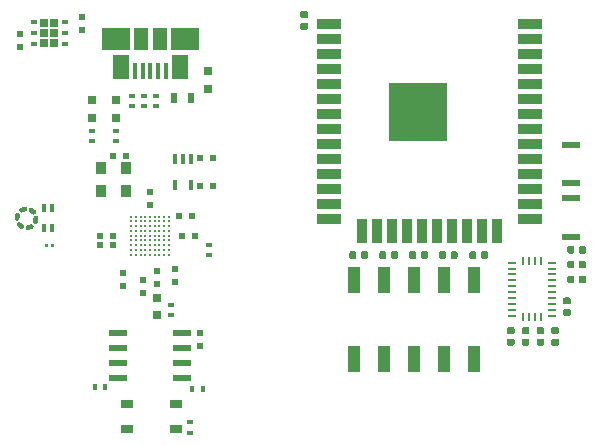
<source format=gbr>
G04 #@! TF.GenerationSoftware,KiCad,Pcbnew,5.1.0-060a0da~80~ubuntu18.04.1*
G04 #@! TF.CreationDate,2019-06-10T00:34:36+02:00*
G04 #@! TF.ProjectId,TinyFPGA-BX,54696e79-4650-4474-912d-42582e6b6963,rev?*
G04 #@! TF.SameCoordinates,Original*
G04 #@! TF.FileFunction,Paste,Top*
G04 #@! TF.FilePolarity,Positive*
%FSLAX46Y46*%
G04 Gerber Fmt 4.6, Leading zero omitted, Abs format (unit mm)*
G04 Created by KiCad (PCBNEW 5.1.0-060a0da~80~ubuntu18.04.1) date 2019-06-10 00:34:36*
%MOMM*%
%LPD*%
G04 APERTURE LIST*
%ADD10C,0.450000*%
%ADD11O,0.100000X0.335000*%
%ADD12O,0.100000X0.330000*%
%ADD13O,0.330000X0.100000*%
%ADD14C,0.200000*%
%ADD15O,0.335000X0.100000*%
%ADD16R,0.600000X0.400000*%
%ADD17R,0.750000X0.800000*%
%ADD18R,0.500000X0.900000*%
%ADD19R,0.800000X0.800000*%
%ADD20R,0.900000X1.000000*%
%ADD21R,0.400000X0.600000*%
%ADD22R,0.500000X0.600000*%
%ADD23R,0.600000X0.380000*%
%ADD24R,0.600000X0.500000*%
%ADD25R,0.450000X0.950000*%
%ADD26R,1.050000X0.650000*%
%ADD27R,0.450000X1.380000*%
%ADD28R,1.475000X2.100000*%
%ADD29R,2.375000X1.900000*%
%ADD30R,1.175000X1.900000*%
%ADD31R,1.550000X0.600000*%
%ADD32C,0.100000*%
%ADD33C,0.590000*%
%ADD34R,1.500000X0.550000*%
%ADD35R,1.120000X2.160000*%
%ADD36R,0.630000X0.450000*%
%ADD37R,0.660000X0.730000*%
%ADD38R,0.254000X0.675000*%
%ADD39R,0.675000X0.254000*%
%ADD40R,5.000000X5.000000*%
%ADD41R,2.000000X0.900000*%
%ADD42R,0.900000X2.000000*%
%ADD43C,0.270000*%
%ADD44R,0.450000X0.750000*%
G04 APERTURE END LIST*
D10*
X141427453Y-112924326D02*
G75*
G03X141476000Y-112649000I-756453J275326D01*
G01*
X141287666Y-112131556D02*
G75*
G03X141073500Y-111951850I-616666J-517444D01*
G01*
X140531213Y-111856230D02*
G75*
G03X140268500Y-111951850I139787J-792770D01*
G01*
X139914547Y-112373674D02*
G75*
G03X139866000Y-112649000I756453J-275326D01*
G01*
X140054334Y-113166444D02*
G75*
G03X140268500Y-113346150I616666J517444D01*
G01*
X140810787Y-113441770D02*
G75*
G03X141073500Y-113346150I-139787J792770D01*
G01*
D11*
X152730000Y-115714000D03*
D12*
X152330000Y-115714000D03*
D11*
X151930000Y-115714000D03*
X151530000Y-115714000D03*
X151130000Y-115714000D03*
X150730000Y-115714000D03*
X150330000Y-115714000D03*
D12*
X149930000Y-115714000D03*
D11*
X149530000Y-115714000D03*
D13*
X152730000Y-115314000D03*
D14*
X152330000Y-115314000D03*
X151930000Y-115314000D03*
X151530000Y-115314000D03*
X151130000Y-115314000D03*
X150730000Y-115314000D03*
X150330000Y-115314000D03*
X149930000Y-115314000D03*
D13*
X149530000Y-115314000D03*
D15*
X152730000Y-114914000D03*
D14*
X152330000Y-114914000D03*
X151930000Y-114914000D03*
X151530000Y-114914000D03*
X151130000Y-114914000D03*
X150730000Y-114914000D03*
X150330000Y-114914000D03*
X149930000Y-114914000D03*
D15*
X149530000Y-114914000D03*
X152730000Y-114514000D03*
D14*
X152330000Y-114514000D03*
X151930000Y-114514000D03*
X151530000Y-114514000D03*
X151130000Y-114514000D03*
X150730000Y-114514000D03*
X150330000Y-114514000D03*
X149930000Y-114514000D03*
X149530000Y-114514000D03*
D15*
X152730000Y-114114000D03*
D14*
X152330000Y-114114000D03*
X151930000Y-114114000D03*
X151530000Y-114114000D03*
X151130000Y-114114000D03*
X150730000Y-114114000D03*
X150330000Y-114114000D03*
X149930000Y-114114000D03*
D15*
X149530000Y-114114000D03*
X152730000Y-113714000D03*
D14*
X152330000Y-113714000D03*
X151930000Y-113714000D03*
X151530000Y-113714000D03*
X151130000Y-113714000D03*
X150730000Y-113714000D03*
X150330000Y-113714000D03*
X149930000Y-113714000D03*
D15*
X149530000Y-113714000D03*
X152730000Y-113314000D03*
D14*
X152330000Y-113314000D03*
X151930000Y-113314000D03*
X151530000Y-113314000D03*
X151130000Y-113314000D03*
X150730000Y-113314000D03*
X150330000Y-113314000D03*
X149930000Y-113314000D03*
D15*
X149530000Y-113314000D03*
D14*
X152730000Y-112914000D03*
X152330000Y-112914000D03*
X151930000Y-112914000D03*
X151530000Y-112914000D03*
X151130000Y-112914000D03*
X150730000Y-112914000D03*
X150330000Y-112914000D03*
X149930000Y-112914000D03*
D13*
X149530000Y-112914000D03*
D11*
X152730000Y-112514000D03*
X152330000Y-112514000D03*
X151930000Y-112514000D03*
X151530000Y-112514000D03*
D14*
X151130000Y-112514000D03*
D11*
X150730000Y-112514000D03*
X150330000Y-112514000D03*
D12*
X149930000Y-112514000D03*
D11*
X149530000Y-112514000D03*
D16*
X154536000Y-129923100D03*
X154536000Y-130823100D03*
D17*
X151736000Y-119373100D03*
X151736000Y-120873100D03*
X156036000Y-101673100D03*
X156036000Y-100173100D03*
D18*
X154636000Y-102423100D03*
X153136000Y-102423100D03*
D16*
X146183000Y-105223100D03*
X146183000Y-106123100D03*
X148215000Y-105223100D03*
X148215000Y-106123100D03*
D19*
X148215000Y-102587100D03*
X148215000Y-104187100D03*
X146183000Y-102587100D03*
X146183000Y-104187100D03*
D20*
X149086000Y-108423100D03*
X149086000Y-110323100D03*
X146986000Y-110323100D03*
X146986000Y-108423100D03*
D21*
X146450000Y-126954000D03*
X147350000Y-126954000D03*
D22*
X150555000Y-117864000D03*
X150555000Y-118964000D03*
D23*
X156130000Y-114864000D03*
X156130000Y-115764000D03*
D24*
X153830000Y-114164000D03*
X154930000Y-114164000D03*
D22*
X151130000Y-111514000D03*
X151130000Y-110414000D03*
D24*
X153555000Y-112439000D03*
X154655000Y-112439000D03*
X147986000Y-114923100D03*
X146886000Y-114923100D03*
X147986000Y-114123100D03*
X146886000Y-114123100D03*
X149069800Y-107349500D03*
X147969800Y-107349500D03*
D22*
X153255000Y-116964000D03*
X153255000Y-118064000D03*
X148836000Y-117273100D03*
X148836000Y-118373100D03*
X151736000Y-117123100D03*
X151736000Y-118223100D03*
D16*
X152936000Y-120873100D03*
X152936000Y-119973100D03*
D22*
X155336000Y-122373100D03*
X155336000Y-123473100D03*
D16*
X149636000Y-102273100D03*
X149636000Y-103173100D03*
X150636000Y-103173100D03*
X150636000Y-102273100D03*
X151636000Y-103173100D03*
X151636000Y-102273100D03*
D25*
X153936000Y-107623100D03*
X153286000Y-107623100D03*
X154586000Y-107623100D03*
X153286000Y-109823100D03*
X154586000Y-109823100D03*
D24*
X155386000Y-109923100D03*
X156486000Y-109923100D03*
D22*
X145340000Y-95624000D03*
X145340000Y-96724000D03*
X140110000Y-97054000D03*
X140110000Y-98154000D03*
D24*
X155386000Y-107523100D03*
X156486000Y-107523100D03*
D26*
X149155000Y-128369000D03*
X153305000Y-128369000D03*
X153305000Y-130519000D03*
X149155000Y-130519000D03*
D21*
X154690000Y-127064000D03*
X155590000Y-127064000D03*
D27*
X152470000Y-100164000D03*
X151820000Y-100164000D03*
X151170000Y-100164000D03*
X150520000Y-100164000D03*
X149870000Y-100164000D03*
D28*
X153632500Y-99804000D03*
X148707500Y-99804000D03*
D29*
X154080000Y-97504000D03*
X148260000Y-97504000D03*
D30*
X152010000Y-97504000D03*
X150330000Y-97504000D03*
D31*
X148436000Y-122353100D03*
X148436000Y-123623100D03*
X148436000Y-124893100D03*
X148436000Y-126163100D03*
X153836000Y-126163100D03*
X153836000Y-124893100D03*
X153836000Y-123623100D03*
X153836000Y-122353100D03*
D32*
G36*
X184362958Y-121861710D02*
G01*
X184377276Y-121863834D01*
X184391317Y-121867351D01*
X184404946Y-121872228D01*
X184418031Y-121878417D01*
X184430447Y-121885858D01*
X184442073Y-121894481D01*
X184452798Y-121904202D01*
X184462519Y-121914927D01*
X184471142Y-121926553D01*
X184478583Y-121938969D01*
X184484772Y-121952054D01*
X184489649Y-121965683D01*
X184493166Y-121979724D01*
X184495290Y-121994042D01*
X184496000Y-122008500D01*
X184496000Y-122303500D01*
X184495290Y-122317958D01*
X184493166Y-122332276D01*
X184489649Y-122346317D01*
X184484772Y-122359946D01*
X184478583Y-122373031D01*
X184471142Y-122385447D01*
X184462519Y-122397073D01*
X184452798Y-122407798D01*
X184442073Y-122417519D01*
X184430447Y-122426142D01*
X184418031Y-122433583D01*
X184404946Y-122439772D01*
X184391317Y-122444649D01*
X184377276Y-122448166D01*
X184362958Y-122450290D01*
X184348500Y-122451000D01*
X184003500Y-122451000D01*
X183989042Y-122450290D01*
X183974724Y-122448166D01*
X183960683Y-122444649D01*
X183947054Y-122439772D01*
X183933969Y-122433583D01*
X183921553Y-122426142D01*
X183909927Y-122417519D01*
X183899202Y-122407798D01*
X183889481Y-122397073D01*
X183880858Y-122385447D01*
X183873417Y-122373031D01*
X183867228Y-122359946D01*
X183862351Y-122346317D01*
X183858834Y-122332276D01*
X183856710Y-122317958D01*
X183856000Y-122303500D01*
X183856000Y-122008500D01*
X183856710Y-121994042D01*
X183858834Y-121979724D01*
X183862351Y-121965683D01*
X183867228Y-121952054D01*
X183873417Y-121938969D01*
X183880858Y-121926553D01*
X183889481Y-121914927D01*
X183899202Y-121904202D01*
X183909927Y-121894481D01*
X183921553Y-121885858D01*
X183933969Y-121878417D01*
X183947054Y-121872228D01*
X183960683Y-121867351D01*
X183974724Y-121863834D01*
X183989042Y-121861710D01*
X184003500Y-121861000D01*
X184348500Y-121861000D01*
X184362958Y-121861710D01*
X184362958Y-121861710D01*
G37*
D33*
X184176000Y-122156000D03*
D32*
G36*
X184362958Y-122831710D02*
G01*
X184377276Y-122833834D01*
X184391317Y-122837351D01*
X184404946Y-122842228D01*
X184418031Y-122848417D01*
X184430447Y-122855858D01*
X184442073Y-122864481D01*
X184452798Y-122874202D01*
X184462519Y-122884927D01*
X184471142Y-122896553D01*
X184478583Y-122908969D01*
X184484772Y-122922054D01*
X184489649Y-122935683D01*
X184493166Y-122949724D01*
X184495290Y-122964042D01*
X184496000Y-122978500D01*
X184496000Y-123273500D01*
X184495290Y-123287958D01*
X184493166Y-123302276D01*
X184489649Y-123316317D01*
X184484772Y-123329946D01*
X184478583Y-123343031D01*
X184471142Y-123355447D01*
X184462519Y-123367073D01*
X184452798Y-123377798D01*
X184442073Y-123387519D01*
X184430447Y-123396142D01*
X184418031Y-123403583D01*
X184404946Y-123409772D01*
X184391317Y-123414649D01*
X184377276Y-123418166D01*
X184362958Y-123420290D01*
X184348500Y-123421000D01*
X184003500Y-123421000D01*
X183989042Y-123420290D01*
X183974724Y-123418166D01*
X183960683Y-123414649D01*
X183947054Y-123409772D01*
X183933969Y-123403583D01*
X183921553Y-123396142D01*
X183909927Y-123387519D01*
X183899202Y-123377798D01*
X183889481Y-123367073D01*
X183880858Y-123355447D01*
X183873417Y-123343031D01*
X183867228Y-123329946D01*
X183862351Y-123316317D01*
X183858834Y-123302276D01*
X183856710Y-123287958D01*
X183856000Y-123273500D01*
X183856000Y-122978500D01*
X183856710Y-122964042D01*
X183858834Y-122949724D01*
X183862351Y-122935683D01*
X183867228Y-122922054D01*
X183873417Y-122908969D01*
X183880858Y-122896553D01*
X183889481Y-122884927D01*
X183899202Y-122874202D01*
X183909927Y-122864481D01*
X183921553Y-122855858D01*
X183933969Y-122848417D01*
X183947054Y-122842228D01*
X183960683Y-122837351D01*
X183974724Y-122833834D01*
X183989042Y-122831710D01*
X184003500Y-122831000D01*
X184348500Y-122831000D01*
X184362958Y-122831710D01*
X184362958Y-122831710D01*
G37*
D33*
X184176000Y-123126000D03*
D32*
G36*
X186612958Y-119346710D02*
G01*
X186627276Y-119348834D01*
X186641317Y-119352351D01*
X186654946Y-119357228D01*
X186668031Y-119363417D01*
X186680447Y-119370858D01*
X186692073Y-119379481D01*
X186702798Y-119389202D01*
X186712519Y-119399927D01*
X186721142Y-119411553D01*
X186728583Y-119423969D01*
X186734772Y-119437054D01*
X186739649Y-119450683D01*
X186743166Y-119464724D01*
X186745290Y-119479042D01*
X186746000Y-119493500D01*
X186746000Y-119788500D01*
X186745290Y-119802958D01*
X186743166Y-119817276D01*
X186739649Y-119831317D01*
X186734772Y-119844946D01*
X186728583Y-119858031D01*
X186721142Y-119870447D01*
X186712519Y-119882073D01*
X186702798Y-119892798D01*
X186692073Y-119902519D01*
X186680447Y-119911142D01*
X186668031Y-119918583D01*
X186654946Y-119924772D01*
X186641317Y-119929649D01*
X186627276Y-119933166D01*
X186612958Y-119935290D01*
X186598500Y-119936000D01*
X186253500Y-119936000D01*
X186239042Y-119935290D01*
X186224724Y-119933166D01*
X186210683Y-119929649D01*
X186197054Y-119924772D01*
X186183969Y-119918583D01*
X186171553Y-119911142D01*
X186159927Y-119902519D01*
X186149202Y-119892798D01*
X186139481Y-119882073D01*
X186130858Y-119870447D01*
X186123417Y-119858031D01*
X186117228Y-119844946D01*
X186112351Y-119831317D01*
X186108834Y-119817276D01*
X186106710Y-119802958D01*
X186106000Y-119788500D01*
X186106000Y-119493500D01*
X186106710Y-119479042D01*
X186108834Y-119464724D01*
X186112351Y-119450683D01*
X186117228Y-119437054D01*
X186123417Y-119423969D01*
X186130858Y-119411553D01*
X186139481Y-119399927D01*
X186149202Y-119389202D01*
X186159927Y-119379481D01*
X186171553Y-119370858D01*
X186183969Y-119363417D01*
X186197054Y-119357228D01*
X186210683Y-119352351D01*
X186224724Y-119348834D01*
X186239042Y-119346710D01*
X186253500Y-119346000D01*
X186598500Y-119346000D01*
X186612958Y-119346710D01*
X186612958Y-119346710D01*
G37*
D33*
X186426000Y-119641000D03*
D32*
G36*
X186612958Y-120316710D02*
G01*
X186627276Y-120318834D01*
X186641317Y-120322351D01*
X186654946Y-120327228D01*
X186668031Y-120333417D01*
X186680447Y-120340858D01*
X186692073Y-120349481D01*
X186702798Y-120359202D01*
X186712519Y-120369927D01*
X186721142Y-120381553D01*
X186728583Y-120393969D01*
X186734772Y-120407054D01*
X186739649Y-120420683D01*
X186743166Y-120434724D01*
X186745290Y-120449042D01*
X186746000Y-120463500D01*
X186746000Y-120758500D01*
X186745290Y-120772958D01*
X186743166Y-120787276D01*
X186739649Y-120801317D01*
X186734772Y-120814946D01*
X186728583Y-120828031D01*
X186721142Y-120840447D01*
X186712519Y-120852073D01*
X186702798Y-120862798D01*
X186692073Y-120872519D01*
X186680447Y-120881142D01*
X186668031Y-120888583D01*
X186654946Y-120894772D01*
X186641317Y-120899649D01*
X186627276Y-120903166D01*
X186612958Y-120905290D01*
X186598500Y-120906000D01*
X186253500Y-120906000D01*
X186239042Y-120905290D01*
X186224724Y-120903166D01*
X186210683Y-120899649D01*
X186197054Y-120894772D01*
X186183969Y-120888583D01*
X186171553Y-120881142D01*
X186159927Y-120872519D01*
X186149202Y-120862798D01*
X186139481Y-120852073D01*
X186130858Y-120840447D01*
X186123417Y-120828031D01*
X186117228Y-120814946D01*
X186112351Y-120801317D01*
X186108834Y-120787276D01*
X186106710Y-120772958D01*
X186106000Y-120758500D01*
X186106000Y-120463500D01*
X186106710Y-120449042D01*
X186108834Y-120434724D01*
X186112351Y-120420683D01*
X186117228Y-120407054D01*
X186123417Y-120393969D01*
X186130858Y-120381553D01*
X186139481Y-120369927D01*
X186149202Y-120359202D01*
X186159927Y-120349481D01*
X186171553Y-120340858D01*
X186183969Y-120333417D01*
X186197054Y-120327228D01*
X186210683Y-120322351D01*
X186224724Y-120318834D01*
X186239042Y-120316710D01*
X186253500Y-120316000D01*
X186598500Y-120316000D01*
X186612958Y-120316710D01*
X186612958Y-120316710D01*
G37*
D33*
X186426000Y-120611000D03*
D32*
G36*
X164362958Y-95111710D02*
G01*
X164377276Y-95113834D01*
X164391317Y-95117351D01*
X164404946Y-95122228D01*
X164418031Y-95128417D01*
X164430447Y-95135858D01*
X164442073Y-95144481D01*
X164452798Y-95154202D01*
X164462519Y-95164927D01*
X164471142Y-95176553D01*
X164478583Y-95188969D01*
X164484772Y-95202054D01*
X164489649Y-95215683D01*
X164493166Y-95229724D01*
X164495290Y-95244042D01*
X164496000Y-95258500D01*
X164496000Y-95553500D01*
X164495290Y-95567958D01*
X164493166Y-95582276D01*
X164489649Y-95596317D01*
X164484772Y-95609946D01*
X164478583Y-95623031D01*
X164471142Y-95635447D01*
X164462519Y-95647073D01*
X164452798Y-95657798D01*
X164442073Y-95667519D01*
X164430447Y-95676142D01*
X164418031Y-95683583D01*
X164404946Y-95689772D01*
X164391317Y-95694649D01*
X164377276Y-95698166D01*
X164362958Y-95700290D01*
X164348500Y-95701000D01*
X164003500Y-95701000D01*
X163989042Y-95700290D01*
X163974724Y-95698166D01*
X163960683Y-95694649D01*
X163947054Y-95689772D01*
X163933969Y-95683583D01*
X163921553Y-95676142D01*
X163909927Y-95667519D01*
X163899202Y-95657798D01*
X163889481Y-95647073D01*
X163880858Y-95635447D01*
X163873417Y-95623031D01*
X163867228Y-95609946D01*
X163862351Y-95596317D01*
X163858834Y-95582276D01*
X163856710Y-95567958D01*
X163856000Y-95553500D01*
X163856000Y-95258500D01*
X163856710Y-95244042D01*
X163858834Y-95229724D01*
X163862351Y-95215683D01*
X163867228Y-95202054D01*
X163873417Y-95188969D01*
X163880858Y-95176553D01*
X163889481Y-95164927D01*
X163899202Y-95154202D01*
X163909927Y-95144481D01*
X163921553Y-95135858D01*
X163933969Y-95128417D01*
X163947054Y-95122228D01*
X163960683Y-95117351D01*
X163974724Y-95113834D01*
X163989042Y-95111710D01*
X164003500Y-95111000D01*
X164348500Y-95111000D01*
X164362958Y-95111710D01*
X164362958Y-95111710D01*
G37*
D33*
X164176000Y-95406000D03*
D32*
G36*
X164362958Y-96081710D02*
G01*
X164377276Y-96083834D01*
X164391317Y-96087351D01*
X164404946Y-96092228D01*
X164418031Y-96098417D01*
X164430447Y-96105858D01*
X164442073Y-96114481D01*
X164452798Y-96124202D01*
X164462519Y-96134927D01*
X164471142Y-96146553D01*
X164478583Y-96158969D01*
X164484772Y-96172054D01*
X164489649Y-96185683D01*
X164493166Y-96199724D01*
X164495290Y-96214042D01*
X164496000Y-96228500D01*
X164496000Y-96523500D01*
X164495290Y-96537958D01*
X164493166Y-96552276D01*
X164489649Y-96566317D01*
X164484772Y-96579946D01*
X164478583Y-96593031D01*
X164471142Y-96605447D01*
X164462519Y-96617073D01*
X164452798Y-96627798D01*
X164442073Y-96637519D01*
X164430447Y-96646142D01*
X164418031Y-96653583D01*
X164404946Y-96659772D01*
X164391317Y-96664649D01*
X164377276Y-96668166D01*
X164362958Y-96670290D01*
X164348500Y-96671000D01*
X164003500Y-96671000D01*
X163989042Y-96670290D01*
X163974724Y-96668166D01*
X163960683Y-96664649D01*
X163947054Y-96659772D01*
X163933969Y-96653583D01*
X163921553Y-96646142D01*
X163909927Y-96637519D01*
X163899202Y-96627798D01*
X163889481Y-96617073D01*
X163880858Y-96605447D01*
X163873417Y-96593031D01*
X163867228Y-96579946D01*
X163862351Y-96566317D01*
X163858834Y-96552276D01*
X163856710Y-96537958D01*
X163856000Y-96523500D01*
X163856000Y-96228500D01*
X163856710Y-96214042D01*
X163858834Y-96199724D01*
X163862351Y-96185683D01*
X163867228Y-96172054D01*
X163873417Y-96158969D01*
X163880858Y-96146553D01*
X163889481Y-96134927D01*
X163899202Y-96124202D01*
X163909927Y-96114481D01*
X163921553Y-96105858D01*
X163933969Y-96098417D01*
X163947054Y-96092228D01*
X163960683Y-96087351D01*
X163974724Y-96083834D01*
X163989042Y-96081710D01*
X164003500Y-96081000D01*
X164348500Y-96081000D01*
X164362958Y-96081710D01*
X164362958Y-96081710D01*
G37*
D33*
X164176000Y-96376000D03*
D32*
G36*
X181862958Y-122831710D02*
G01*
X181877276Y-122833834D01*
X181891317Y-122837351D01*
X181904946Y-122842228D01*
X181918031Y-122848417D01*
X181930447Y-122855858D01*
X181942073Y-122864481D01*
X181952798Y-122874202D01*
X181962519Y-122884927D01*
X181971142Y-122896553D01*
X181978583Y-122908969D01*
X181984772Y-122922054D01*
X181989649Y-122935683D01*
X181993166Y-122949724D01*
X181995290Y-122964042D01*
X181996000Y-122978500D01*
X181996000Y-123273500D01*
X181995290Y-123287958D01*
X181993166Y-123302276D01*
X181989649Y-123316317D01*
X181984772Y-123329946D01*
X181978583Y-123343031D01*
X181971142Y-123355447D01*
X181962519Y-123367073D01*
X181952798Y-123377798D01*
X181942073Y-123387519D01*
X181930447Y-123396142D01*
X181918031Y-123403583D01*
X181904946Y-123409772D01*
X181891317Y-123414649D01*
X181877276Y-123418166D01*
X181862958Y-123420290D01*
X181848500Y-123421000D01*
X181503500Y-123421000D01*
X181489042Y-123420290D01*
X181474724Y-123418166D01*
X181460683Y-123414649D01*
X181447054Y-123409772D01*
X181433969Y-123403583D01*
X181421553Y-123396142D01*
X181409927Y-123387519D01*
X181399202Y-123377798D01*
X181389481Y-123367073D01*
X181380858Y-123355447D01*
X181373417Y-123343031D01*
X181367228Y-123329946D01*
X181362351Y-123316317D01*
X181358834Y-123302276D01*
X181356710Y-123287958D01*
X181356000Y-123273500D01*
X181356000Y-122978500D01*
X181356710Y-122964042D01*
X181358834Y-122949724D01*
X181362351Y-122935683D01*
X181367228Y-122922054D01*
X181373417Y-122908969D01*
X181380858Y-122896553D01*
X181389481Y-122884927D01*
X181399202Y-122874202D01*
X181409927Y-122864481D01*
X181421553Y-122855858D01*
X181433969Y-122848417D01*
X181447054Y-122842228D01*
X181460683Y-122837351D01*
X181474724Y-122833834D01*
X181489042Y-122831710D01*
X181503500Y-122831000D01*
X181848500Y-122831000D01*
X181862958Y-122831710D01*
X181862958Y-122831710D01*
G37*
D33*
X181676000Y-123126000D03*
D32*
G36*
X181862958Y-121861710D02*
G01*
X181877276Y-121863834D01*
X181891317Y-121867351D01*
X181904946Y-121872228D01*
X181918031Y-121878417D01*
X181930447Y-121885858D01*
X181942073Y-121894481D01*
X181952798Y-121904202D01*
X181962519Y-121914927D01*
X181971142Y-121926553D01*
X181978583Y-121938969D01*
X181984772Y-121952054D01*
X181989649Y-121965683D01*
X181993166Y-121979724D01*
X181995290Y-121994042D01*
X181996000Y-122008500D01*
X181996000Y-122303500D01*
X181995290Y-122317958D01*
X181993166Y-122332276D01*
X181989649Y-122346317D01*
X181984772Y-122359946D01*
X181978583Y-122373031D01*
X181971142Y-122385447D01*
X181962519Y-122397073D01*
X181952798Y-122407798D01*
X181942073Y-122417519D01*
X181930447Y-122426142D01*
X181918031Y-122433583D01*
X181904946Y-122439772D01*
X181891317Y-122444649D01*
X181877276Y-122448166D01*
X181862958Y-122450290D01*
X181848500Y-122451000D01*
X181503500Y-122451000D01*
X181489042Y-122450290D01*
X181474724Y-122448166D01*
X181460683Y-122444649D01*
X181447054Y-122439772D01*
X181433969Y-122433583D01*
X181421553Y-122426142D01*
X181409927Y-122417519D01*
X181399202Y-122407798D01*
X181389481Y-122397073D01*
X181380858Y-122385447D01*
X181373417Y-122373031D01*
X181367228Y-122359946D01*
X181362351Y-122346317D01*
X181358834Y-122332276D01*
X181356710Y-122317958D01*
X181356000Y-122303500D01*
X181356000Y-122008500D01*
X181356710Y-121994042D01*
X181358834Y-121979724D01*
X181362351Y-121965683D01*
X181367228Y-121952054D01*
X181373417Y-121938969D01*
X181380858Y-121926553D01*
X181389481Y-121914927D01*
X181399202Y-121904202D01*
X181409927Y-121894481D01*
X181421553Y-121885858D01*
X181433969Y-121878417D01*
X181447054Y-121872228D01*
X181460683Y-121867351D01*
X181474724Y-121863834D01*
X181489042Y-121861710D01*
X181503500Y-121861000D01*
X181848500Y-121861000D01*
X181862958Y-121861710D01*
X181862958Y-121861710D01*
G37*
D33*
X181676000Y-122156000D03*
D32*
G36*
X183112958Y-121861710D02*
G01*
X183127276Y-121863834D01*
X183141317Y-121867351D01*
X183154946Y-121872228D01*
X183168031Y-121878417D01*
X183180447Y-121885858D01*
X183192073Y-121894481D01*
X183202798Y-121904202D01*
X183212519Y-121914927D01*
X183221142Y-121926553D01*
X183228583Y-121938969D01*
X183234772Y-121952054D01*
X183239649Y-121965683D01*
X183243166Y-121979724D01*
X183245290Y-121994042D01*
X183246000Y-122008500D01*
X183246000Y-122303500D01*
X183245290Y-122317958D01*
X183243166Y-122332276D01*
X183239649Y-122346317D01*
X183234772Y-122359946D01*
X183228583Y-122373031D01*
X183221142Y-122385447D01*
X183212519Y-122397073D01*
X183202798Y-122407798D01*
X183192073Y-122417519D01*
X183180447Y-122426142D01*
X183168031Y-122433583D01*
X183154946Y-122439772D01*
X183141317Y-122444649D01*
X183127276Y-122448166D01*
X183112958Y-122450290D01*
X183098500Y-122451000D01*
X182753500Y-122451000D01*
X182739042Y-122450290D01*
X182724724Y-122448166D01*
X182710683Y-122444649D01*
X182697054Y-122439772D01*
X182683969Y-122433583D01*
X182671553Y-122426142D01*
X182659927Y-122417519D01*
X182649202Y-122407798D01*
X182639481Y-122397073D01*
X182630858Y-122385447D01*
X182623417Y-122373031D01*
X182617228Y-122359946D01*
X182612351Y-122346317D01*
X182608834Y-122332276D01*
X182606710Y-122317958D01*
X182606000Y-122303500D01*
X182606000Y-122008500D01*
X182606710Y-121994042D01*
X182608834Y-121979724D01*
X182612351Y-121965683D01*
X182617228Y-121952054D01*
X182623417Y-121938969D01*
X182630858Y-121926553D01*
X182639481Y-121914927D01*
X182649202Y-121904202D01*
X182659927Y-121894481D01*
X182671553Y-121885858D01*
X182683969Y-121878417D01*
X182697054Y-121872228D01*
X182710683Y-121867351D01*
X182724724Y-121863834D01*
X182739042Y-121861710D01*
X182753500Y-121861000D01*
X183098500Y-121861000D01*
X183112958Y-121861710D01*
X183112958Y-121861710D01*
G37*
D33*
X182926000Y-122156000D03*
D32*
G36*
X183112958Y-122831710D02*
G01*
X183127276Y-122833834D01*
X183141317Y-122837351D01*
X183154946Y-122842228D01*
X183168031Y-122848417D01*
X183180447Y-122855858D01*
X183192073Y-122864481D01*
X183202798Y-122874202D01*
X183212519Y-122884927D01*
X183221142Y-122896553D01*
X183228583Y-122908969D01*
X183234772Y-122922054D01*
X183239649Y-122935683D01*
X183243166Y-122949724D01*
X183245290Y-122964042D01*
X183246000Y-122978500D01*
X183246000Y-123273500D01*
X183245290Y-123287958D01*
X183243166Y-123302276D01*
X183239649Y-123316317D01*
X183234772Y-123329946D01*
X183228583Y-123343031D01*
X183221142Y-123355447D01*
X183212519Y-123367073D01*
X183202798Y-123377798D01*
X183192073Y-123387519D01*
X183180447Y-123396142D01*
X183168031Y-123403583D01*
X183154946Y-123409772D01*
X183141317Y-123414649D01*
X183127276Y-123418166D01*
X183112958Y-123420290D01*
X183098500Y-123421000D01*
X182753500Y-123421000D01*
X182739042Y-123420290D01*
X182724724Y-123418166D01*
X182710683Y-123414649D01*
X182697054Y-123409772D01*
X182683969Y-123403583D01*
X182671553Y-123396142D01*
X182659927Y-123387519D01*
X182649202Y-123377798D01*
X182639481Y-123367073D01*
X182630858Y-123355447D01*
X182623417Y-123343031D01*
X182617228Y-123329946D01*
X182612351Y-123316317D01*
X182608834Y-123302276D01*
X182606710Y-123287958D01*
X182606000Y-123273500D01*
X182606000Y-122978500D01*
X182606710Y-122964042D01*
X182608834Y-122949724D01*
X182612351Y-122935683D01*
X182617228Y-122922054D01*
X182623417Y-122908969D01*
X182630858Y-122896553D01*
X182639481Y-122884927D01*
X182649202Y-122874202D01*
X182659927Y-122864481D01*
X182671553Y-122855858D01*
X182683969Y-122848417D01*
X182697054Y-122842228D01*
X182710683Y-122837351D01*
X182724724Y-122833834D01*
X182739042Y-122831710D01*
X182753500Y-122831000D01*
X183098500Y-122831000D01*
X183112958Y-122831710D01*
X183112958Y-122831710D01*
G37*
D33*
X182926000Y-123126000D03*
D32*
G36*
X185612958Y-122831710D02*
G01*
X185627276Y-122833834D01*
X185641317Y-122837351D01*
X185654946Y-122842228D01*
X185668031Y-122848417D01*
X185680447Y-122855858D01*
X185692073Y-122864481D01*
X185702798Y-122874202D01*
X185712519Y-122884927D01*
X185721142Y-122896553D01*
X185728583Y-122908969D01*
X185734772Y-122922054D01*
X185739649Y-122935683D01*
X185743166Y-122949724D01*
X185745290Y-122964042D01*
X185746000Y-122978500D01*
X185746000Y-123273500D01*
X185745290Y-123287958D01*
X185743166Y-123302276D01*
X185739649Y-123316317D01*
X185734772Y-123329946D01*
X185728583Y-123343031D01*
X185721142Y-123355447D01*
X185712519Y-123367073D01*
X185702798Y-123377798D01*
X185692073Y-123387519D01*
X185680447Y-123396142D01*
X185668031Y-123403583D01*
X185654946Y-123409772D01*
X185641317Y-123414649D01*
X185627276Y-123418166D01*
X185612958Y-123420290D01*
X185598500Y-123421000D01*
X185253500Y-123421000D01*
X185239042Y-123420290D01*
X185224724Y-123418166D01*
X185210683Y-123414649D01*
X185197054Y-123409772D01*
X185183969Y-123403583D01*
X185171553Y-123396142D01*
X185159927Y-123387519D01*
X185149202Y-123377798D01*
X185139481Y-123367073D01*
X185130858Y-123355447D01*
X185123417Y-123343031D01*
X185117228Y-123329946D01*
X185112351Y-123316317D01*
X185108834Y-123302276D01*
X185106710Y-123287958D01*
X185106000Y-123273500D01*
X185106000Y-122978500D01*
X185106710Y-122964042D01*
X185108834Y-122949724D01*
X185112351Y-122935683D01*
X185117228Y-122922054D01*
X185123417Y-122908969D01*
X185130858Y-122896553D01*
X185139481Y-122884927D01*
X185149202Y-122874202D01*
X185159927Y-122864481D01*
X185171553Y-122855858D01*
X185183969Y-122848417D01*
X185197054Y-122842228D01*
X185210683Y-122837351D01*
X185224724Y-122833834D01*
X185239042Y-122831710D01*
X185253500Y-122831000D01*
X185598500Y-122831000D01*
X185612958Y-122831710D01*
X185612958Y-122831710D01*
G37*
D33*
X185426000Y-123126000D03*
D32*
G36*
X185612958Y-121861710D02*
G01*
X185627276Y-121863834D01*
X185641317Y-121867351D01*
X185654946Y-121872228D01*
X185668031Y-121878417D01*
X185680447Y-121885858D01*
X185692073Y-121894481D01*
X185702798Y-121904202D01*
X185712519Y-121914927D01*
X185721142Y-121926553D01*
X185728583Y-121938969D01*
X185734772Y-121952054D01*
X185739649Y-121965683D01*
X185743166Y-121979724D01*
X185745290Y-121994042D01*
X185746000Y-122008500D01*
X185746000Y-122303500D01*
X185745290Y-122317958D01*
X185743166Y-122332276D01*
X185739649Y-122346317D01*
X185734772Y-122359946D01*
X185728583Y-122373031D01*
X185721142Y-122385447D01*
X185712519Y-122397073D01*
X185702798Y-122407798D01*
X185692073Y-122417519D01*
X185680447Y-122426142D01*
X185668031Y-122433583D01*
X185654946Y-122439772D01*
X185641317Y-122444649D01*
X185627276Y-122448166D01*
X185612958Y-122450290D01*
X185598500Y-122451000D01*
X185253500Y-122451000D01*
X185239042Y-122450290D01*
X185224724Y-122448166D01*
X185210683Y-122444649D01*
X185197054Y-122439772D01*
X185183969Y-122433583D01*
X185171553Y-122426142D01*
X185159927Y-122417519D01*
X185149202Y-122407798D01*
X185139481Y-122397073D01*
X185130858Y-122385447D01*
X185123417Y-122373031D01*
X185117228Y-122359946D01*
X185112351Y-122346317D01*
X185108834Y-122332276D01*
X185106710Y-122317958D01*
X185106000Y-122303500D01*
X185106000Y-122008500D01*
X185106710Y-121994042D01*
X185108834Y-121979724D01*
X185112351Y-121965683D01*
X185117228Y-121952054D01*
X185123417Y-121938969D01*
X185130858Y-121926553D01*
X185139481Y-121914927D01*
X185149202Y-121904202D01*
X185159927Y-121894481D01*
X185171553Y-121885858D01*
X185183969Y-121878417D01*
X185197054Y-121872228D01*
X185210683Y-121867351D01*
X185224724Y-121863834D01*
X185239042Y-121861710D01*
X185253500Y-121861000D01*
X185598500Y-121861000D01*
X185612958Y-121861710D01*
X185612958Y-121861710D01*
G37*
D33*
X185426000Y-122156000D03*
D32*
G36*
X187899958Y-114994710D02*
G01*
X187914276Y-114996834D01*
X187928317Y-115000351D01*
X187941946Y-115005228D01*
X187955031Y-115011417D01*
X187967447Y-115018858D01*
X187979073Y-115027481D01*
X187989798Y-115037202D01*
X187999519Y-115047927D01*
X188008142Y-115059553D01*
X188015583Y-115071969D01*
X188021772Y-115085054D01*
X188026649Y-115098683D01*
X188030166Y-115112724D01*
X188032290Y-115127042D01*
X188033000Y-115141500D01*
X188033000Y-115486500D01*
X188032290Y-115500958D01*
X188030166Y-115515276D01*
X188026649Y-115529317D01*
X188021772Y-115542946D01*
X188015583Y-115556031D01*
X188008142Y-115568447D01*
X187999519Y-115580073D01*
X187989798Y-115590798D01*
X187979073Y-115600519D01*
X187967447Y-115609142D01*
X187955031Y-115616583D01*
X187941946Y-115622772D01*
X187928317Y-115627649D01*
X187914276Y-115631166D01*
X187899958Y-115633290D01*
X187885500Y-115634000D01*
X187590500Y-115634000D01*
X187576042Y-115633290D01*
X187561724Y-115631166D01*
X187547683Y-115627649D01*
X187534054Y-115622772D01*
X187520969Y-115616583D01*
X187508553Y-115609142D01*
X187496927Y-115600519D01*
X187486202Y-115590798D01*
X187476481Y-115580073D01*
X187467858Y-115568447D01*
X187460417Y-115556031D01*
X187454228Y-115542946D01*
X187449351Y-115529317D01*
X187445834Y-115515276D01*
X187443710Y-115500958D01*
X187443000Y-115486500D01*
X187443000Y-115141500D01*
X187443710Y-115127042D01*
X187445834Y-115112724D01*
X187449351Y-115098683D01*
X187454228Y-115085054D01*
X187460417Y-115071969D01*
X187467858Y-115059553D01*
X187476481Y-115047927D01*
X187486202Y-115037202D01*
X187496927Y-115027481D01*
X187508553Y-115018858D01*
X187520969Y-115011417D01*
X187534054Y-115005228D01*
X187547683Y-115000351D01*
X187561724Y-114996834D01*
X187576042Y-114994710D01*
X187590500Y-114994000D01*
X187885500Y-114994000D01*
X187899958Y-114994710D01*
X187899958Y-114994710D01*
G37*
D33*
X187738000Y-115314000D03*
D32*
G36*
X186929958Y-114994710D02*
G01*
X186944276Y-114996834D01*
X186958317Y-115000351D01*
X186971946Y-115005228D01*
X186985031Y-115011417D01*
X186997447Y-115018858D01*
X187009073Y-115027481D01*
X187019798Y-115037202D01*
X187029519Y-115047927D01*
X187038142Y-115059553D01*
X187045583Y-115071969D01*
X187051772Y-115085054D01*
X187056649Y-115098683D01*
X187060166Y-115112724D01*
X187062290Y-115127042D01*
X187063000Y-115141500D01*
X187063000Y-115486500D01*
X187062290Y-115500958D01*
X187060166Y-115515276D01*
X187056649Y-115529317D01*
X187051772Y-115542946D01*
X187045583Y-115556031D01*
X187038142Y-115568447D01*
X187029519Y-115580073D01*
X187019798Y-115590798D01*
X187009073Y-115600519D01*
X186997447Y-115609142D01*
X186985031Y-115616583D01*
X186971946Y-115622772D01*
X186958317Y-115627649D01*
X186944276Y-115631166D01*
X186929958Y-115633290D01*
X186915500Y-115634000D01*
X186620500Y-115634000D01*
X186606042Y-115633290D01*
X186591724Y-115631166D01*
X186577683Y-115627649D01*
X186564054Y-115622772D01*
X186550969Y-115616583D01*
X186538553Y-115609142D01*
X186526927Y-115600519D01*
X186516202Y-115590798D01*
X186506481Y-115580073D01*
X186497858Y-115568447D01*
X186490417Y-115556031D01*
X186484228Y-115542946D01*
X186479351Y-115529317D01*
X186475834Y-115515276D01*
X186473710Y-115500958D01*
X186473000Y-115486500D01*
X186473000Y-115141500D01*
X186473710Y-115127042D01*
X186475834Y-115112724D01*
X186479351Y-115098683D01*
X186484228Y-115085054D01*
X186490417Y-115071969D01*
X186497858Y-115059553D01*
X186506481Y-115047927D01*
X186516202Y-115037202D01*
X186526927Y-115027481D01*
X186538553Y-115018858D01*
X186550969Y-115011417D01*
X186564054Y-115005228D01*
X186577683Y-115000351D01*
X186591724Y-114996834D01*
X186606042Y-114994710D01*
X186620500Y-114994000D01*
X186915500Y-114994000D01*
X186929958Y-114994710D01*
X186929958Y-114994710D01*
G37*
D33*
X186768000Y-115314000D03*
D32*
G36*
X187899958Y-117494710D02*
G01*
X187914276Y-117496834D01*
X187928317Y-117500351D01*
X187941946Y-117505228D01*
X187955031Y-117511417D01*
X187967447Y-117518858D01*
X187979073Y-117527481D01*
X187989798Y-117537202D01*
X187999519Y-117547927D01*
X188008142Y-117559553D01*
X188015583Y-117571969D01*
X188021772Y-117585054D01*
X188026649Y-117598683D01*
X188030166Y-117612724D01*
X188032290Y-117627042D01*
X188033000Y-117641500D01*
X188033000Y-117986500D01*
X188032290Y-118000958D01*
X188030166Y-118015276D01*
X188026649Y-118029317D01*
X188021772Y-118042946D01*
X188015583Y-118056031D01*
X188008142Y-118068447D01*
X187999519Y-118080073D01*
X187989798Y-118090798D01*
X187979073Y-118100519D01*
X187967447Y-118109142D01*
X187955031Y-118116583D01*
X187941946Y-118122772D01*
X187928317Y-118127649D01*
X187914276Y-118131166D01*
X187899958Y-118133290D01*
X187885500Y-118134000D01*
X187590500Y-118134000D01*
X187576042Y-118133290D01*
X187561724Y-118131166D01*
X187547683Y-118127649D01*
X187534054Y-118122772D01*
X187520969Y-118116583D01*
X187508553Y-118109142D01*
X187496927Y-118100519D01*
X187486202Y-118090798D01*
X187476481Y-118080073D01*
X187467858Y-118068447D01*
X187460417Y-118056031D01*
X187454228Y-118042946D01*
X187449351Y-118029317D01*
X187445834Y-118015276D01*
X187443710Y-118000958D01*
X187443000Y-117986500D01*
X187443000Y-117641500D01*
X187443710Y-117627042D01*
X187445834Y-117612724D01*
X187449351Y-117598683D01*
X187454228Y-117585054D01*
X187460417Y-117571969D01*
X187467858Y-117559553D01*
X187476481Y-117547927D01*
X187486202Y-117537202D01*
X187496927Y-117527481D01*
X187508553Y-117518858D01*
X187520969Y-117511417D01*
X187534054Y-117505228D01*
X187547683Y-117500351D01*
X187561724Y-117496834D01*
X187576042Y-117494710D01*
X187590500Y-117494000D01*
X187885500Y-117494000D01*
X187899958Y-117494710D01*
X187899958Y-117494710D01*
G37*
D33*
X187738000Y-117814000D03*
D32*
G36*
X186929958Y-117494710D02*
G01*
X186944276Y-117496834D01*
X186958317Y-117500351D01*
X186971946Y-117505228D01*
X186985031Y-117511417D01*
X186997447Y-117518858D01*
X187009073Y-117527481D01*
X187019798Y-117537202D01*
X187029519Y-117547927D01*
X187038142Y-117559553D01*
X187045583Y-117571969D01*
X187051772Y-117585054D01*
X187056649Y-117598683D01*
X187060166Y-117612724D01*
X187062290Y-117627042D01*
X187063000Y-117641500D01*
X187063000Y-117986500D01*
X187062290Y-118000958D01*
X187060166Y-118015276D01*
X187056649Y-118029317D01*
X187051772Y-118042946D01*
X187045583Y-118056031D01*
X187038142Y-118068447D01*
X187029519Y-118080073D01*
X187019798Y-118090798D01*
X187009073Y-118100519D01*
X186997447Y-118109142D01*
X186985031Y-118116583D01*
X186971946Y-118122772D01*
X186958317Y-118127649D01*
X186944276Y-118131166D01*
X186929958Y-118133290D01*
X186915500Y-118134000D01*
X186620500Y-118134000D01*
X186606042Y-118133290D01*
X186591724Y-118131166D01*
X186577683Y-118127649D01*
X186564054Y-118122772D01*
X186550969Y-118116583D01*
X186538553Y-118109142D01*
X186526927Y-118100519D01*
X186516202Y-118090798D01*
X186506481Y-118080073D01*
X186497858Y-118068447D01*
X186490417Y-118056031D01*
X186484228Y-118042946D01*
X186479351Y-118029317D01*
X186475834Y-118015276D01*
X186473710Y-118000958D01*
X186473000Y-117986500D01*
X186473000Y-117641500D01*
X186473710Y-117627042D01*
X186475834Y-117612724D01*
X186479351Y-117598683D01*
X186484228Y-117585054D01*
X186490417Y-117571969D01*
X186497858Y-117559553D01*
X186506481Y-117547927D01*
X186516202Y-117537202D01*
X186526927Y-117527481D01*
X186538553Y-117518858D01*
X186550969Y-117511417D01*
X186564054Y-117505228D01*
X186577683Y-117500351D01*
X186591724Y-117496834D01*
X186606042Y-117494710D01*
X186620500Y-117494000D01*
X186915500Y-117494000D01*
X186929958Y-117494710D01*
X186929958Y-117494710D01*
G37*
D33*
X186768000Y-117814000D03*
D32*
G36*
X186929958Y-116244710D02*
G01*
X186944276Y-116246834D01*
X186958317Y-116250351D01*
X186971946Y-116255228D01*
X186985031Y-116261417D01*
X186997447Y-116268858D01*
X187009073Y-116277481D01*
X187019798Y-116287202D01*
X187029519Y-116297927D01*
X187038142Y-116309553D01*
X187045583Y-116321969D01*
X187051772Y-116335054D01*
X187056649Y-116348683D01*
X187060166Y-116362724D01*
X187062290Y-116377042D01*
X187063000Y-116391500D01*
X187063000Y-116736500D01*
X187062290Y-116750958D01*
X187060166Y-116765276D01*
X187056649Y-116779317D01*
X187051772Y-116792946D01*
X187045583Y-116806031D01*
X187038142Y-116818447D01*
X187029519Y-116830073D01*
X187019798Y-116840798D01*
X187009073Y-116850519D01*
X186997447Y-116859142D01*
X186985031Y-116866583D01*
X186971946Y-116872772D01*
X186958317Y-116877649D01*
X186944276Y-116881166D01*
X186929958Y-116883290D01*
X186915500Y-116884000D01*
X186620500Y-116884000D01*
X186606042Y-116883290D01*
X186591724Y-116881166D01*
X186577683Y-116877649D01*
X186564054Y-116872772D01*
X186550969Y-116866583D01*
X186538553Y-116859142D01*
X186526927Y-116850519D01*
X186516202Y-116840798D01*
X186506481Y-116830073D01*
X186497858Y-116818447D01*
X186490417Y-116806031D01*
X186484228Y-116792946D01*
X186479351Y-116779317D01*
X186475834Y-116765276D01*
X186473710Y-116750958D01*
X186473000Y-116736500D01*
X186473000Y-116391500D01*
X186473710Y-116377042D01*
X186475834Y-116362724D01*
X186479351Y-116348683D01*
X186484228Y-116335054D01*
X186490417Y-116321969D01*
X186497858Y-116309553D01*
X186506481Y-116297927D01*
X186516202Y-116287202D01*
X186526927Y-116277481D01*
X186538553Y-116268858D01*
X186550969Y-116261417D01*
X186564054Y-116255228D01*
X186577683Y-116250351D01*
X186591724Y-116246834D01*
X186606042Y-116244710D01*
X186620500Y-116244000D01*
X186915500Y-116244000D01*
X186929958Y-116244710D01*
X186929958Y-116244710D01*
G37*
D33*
X186768000Y-116564000D03*
D32*
G36*
X187899958Y-116244710D02*
G01*
X187914276Y-116246834D01*
X187928317Y-116250351D01*
X187941946Y-116255228D01*
X187955031Y-116261417D01*
X187967447Y-116268858D01*
X187979073Y-116277481D01*
X187989798Y-116287202D01*
X187999519Y-116297927D01*
X188008142Y-116309553D01*
X188015583Y-116321969D01*
X188021772Y-116335054D01*
X188026649Y-116348683D01*
X188030166Y-116362724D01*
X188032290Y-116377042D01*
X188033000Y-116391500D01*
X188033000Y-116736500D01*
X188032290Y-116750958D01*
X188030166Y-116765276D01*
X188026649Y-116779317D01*
X188021772Y-116792946D01*
X188015583Y-116806031D01*
X188008142Y-116818447D01*
X187999519Y-116830073D01*
X187989798Y-116840798D01*
X187979073Y-116850519D01*
X187967447Y-116859142D01*
X187955031Y-116866583D01*
X187941946Y-116872772D01*
X187928317Y-116877649D01*
X187914276Y-116881166D01*
X187899958Y-116883290D01*
X187885500Y-116884000D01*
X187590500Y-116884000D01*
X187576042Y-116883290D01*
X187561724Y-116881166D01*
X187547683Y-116877649D01*
X187534054Y-116872772D01*
X187520969Y-116866583D01*
X187508553Y-116859142D01*
X187496927Y-116850519D01*
X187486202Y-116840798D01*
X187476481Y-116830073D01*
X187467858Y-116818447D01*
X187460417Y-116806031D01*
X187454228Y-116792946D01*
X187449351Y-116779317D01*
X187445834Y-116765276D01*
X187443710Y-116750958D01*
X187443000Y-116736500D01*
X187443000Y-116391500D01*
X187443710Y-116377042D01*
X187445834Y-116362724D01*
X187449351Y-116348683D01*
X187454228Y-116335054D01*
X187460417Y-116321969D01*
X187467858Y-116309553D01*
X187476481Y-116297927D01*
X187486202Y-116287202D01*
X187496927Y-116277481D01*
X187508553Y-116268858D01*
X187520969Y-116261417D01*
X187534054Y-116255228D01*
X187547683Y-116250351D01*
X187561724Y-116246834D01*
X187576042Y-116244710D01*
X187590500Y-116244000D01*
X187885500Y-116244000D01*
X187899958Y-116244710D01*
X187899958Y-116244710D01*
G37*
D33*
X187738000Y-116564000D03*
D32*
G36*
X168472958Y-115431710D02*
G01*
X168487276Y-115433834D01*
X168501317Y-115437351D01*
X168514946Y-115442228D01*
X168528031Y-115448417D01*
X168540447Y-115455858D01*
X168552073Y-115464481D01*
X168562798Y-115474202D01*
X168572519Y-115484927D01*
X168581142Y-115496553D01*
X168588583Y-115508969D01*
X168594772Y-115522054D01*
X168599649Y-115535683D01*
X168603166Y-115549724D01*
X168605290Y-115564042D01*
X168606000Y-115578500D01*
X168606000Y-115923500D01*
X168605290Y-115937958D01*
X168603166Y-115952276D01*
X168599649Y-115966317D01*
X168594772Y-115979946D01*
X168588583Y-115993031D01*
X168581142Y-116005447D01*
X168572519Y-116017073D01*
X168562798Y-116027798D01*
X168552073Y-116037519D01*
X168540447Y-116046142D01*
X168528031Y-116053583D01*
X168514946Y-116059772D01*
X168501317Y-116064649D01*
X168487276Y-116068166D01*
X168472958Y-116070290D01*
X168458500Y-116071000D01*
X168163500Y-116071000D01*
X168149042Y-116070290D01*
X168134724Y-116068166D01*
X168120683Y-116064649D01*
X168107054Y-116059772D01*
X168093969Y-116053583D01*
X168081553Y-116046142D01*
X168069927Y-116037519D01*
X168059202Y-116027798D01*
X168049481Y-116017073D01*
X168040858Y-116005447D01*
X168033417Y-115993031D01*
X168027228Y-115979946D01*
X168022351Y-115966317D01*
X168018834Y-115952276D01*
X168016710Y-115937958D01*
X168016000Y-115923500D01*
X168016000Y-115578500D01*
X168016710Y-115564042D01*
X168018834Y-115549724D01*
X168022351Y-115535683D01*
X168027228Y-115522054D01*
X168033417Y-115508969D01*
X168040858Y-115496553D01*
X168049481Y-115484927D01*
X168059202Y-115474202D01*
X168069927Y-115464481D01*
X168081553Y-115455858D01*
X168093969Y-115448417D01*
X168107054Y-115442228D01*
X168120683Y-115437351D01*
X168134724Y-115433834D01*
X168149042Y-115431710D01*
X168163500Y-115431000D01*
X168458500Y-115431000D01*
X168472958Y-115431710D01*
X168472958Y-115431710D01*
G37*
D33*
X168311000Y-115751000D03*
D32*
G36*
X169442958Y-115431710D02*
G01*
X169457276Y-115433834D01*
X169471317Y-115437351D01*
X169484946Y-115442228D01*
X169498031Y-115448417D01*
X169510447Y-115455858D01*
X169522073Y-115464481D01*
X169532798Y-115474202D01*
X169542519Y-115484927D01*
X169551142Y-115496553D01*
X169558583Y-115508969D01*
X169564772Y-115522054D01*
X169569649Y-115535683D01*
X169573166Y-115549724D01*
X169575290Y-115564042D01*
X169576000Y-115578500D01*
X169576000Y-115923500D01*
X169575290Y-115937958D01*
X169573166Y-115952276D01*
X169569649Y-115966317D01*
X169564772Y-115979946D01*
X169558583Y-115993031D01*
X169551142Y-116005447D01*
X169542519Y-116017073D01*
X169532798Y-116027798D01*
X169522073Y-116037519D01*
X169510447Y-116046142D01*
X169498031Y-116053583D01*
X169484946Y-116059772D01*
X169471317Y-116064649D01*
X169457276Y-116068166D01*
X169442958Y-116070290D01*
X169428500Y-116071000D01*
X169133500Y-116071000D01*
X169119042Y-116070290D01*
X169104724Y-116068166D01*
X169090683Y-116064649D01*
X169077054Y-116059772D01*
X169063969Y-116053583D01*
X169051553Y-116046142D01*
X169039927Y-116037519D01*
X169029202Y-116027798D01*
X169019481Y-116017073D01*
X169010858Y-116005447D01*
X169003417Y-115993031D01*
X168997228Y-115979946D01*
X168992351Y-115966317D01*
X168988834Y-115952276D01*
X168986710Y-115937958D01*
X168986000Y-115923500D01*
X168986000Y-115578500D01*
X168986710Y-115564042D01*
X168988834Y-115549724D01*
X168992351Y-115535683D01*
X168997228Y-115522054D01*
X169003417Y-115508969D01*
X169010858Y-115496553D01*
X169019481Y-115484927D01*
X169029202Y-115474202D01*
X169039927Y-115464481D01*
X169051553Y-115455858D01*
X169063969Y-115448417D01*
X169077054Y-115442228D01*
X169090683Y-115437351D01*
X169104724Y-115433834D01*
X169119042Y-115431710D01*
X169133500Y-115431000D01*
X169428500Y-115431000D01*
X169442958Y-115431710D01*
X169442958Y-115431710D01*
G37*
D33*
X169281000Y-115751000D03*
D32*
G36*
X171982958Y-115431710D02*
G01*
X171997276Y-115433834D01*
X172011317Y-115437351D01*
X172024946Y-115442228D01*
X172038031Y-115448417D01*
X172050447Y-115455858D01*
X172062073Y-115464481D01*
X172072798Y-115474202D01*
X172082519Y-115484927D01*
X172091142Y-115496553D01*
X172098583Y-115508969D01*
X172104772Y-115522054D01*
X172109649Y-115535683D01*
X172113166Y-115549724D01*
X172115290Y-115564042D01*
X172116000Y-115578500D01*
X172116000Y-115923500D01*
X172115290Y-115937958D01*
X172113166Y-115952276D01*
X172109649Y-115966317D01*
X172104772Y-115979946D01*
X172098583Y-115993031D01*
X172091142Y-116005447D01*
X172082519Y-116017073D01*
X172072798Y-116027798D01*
X172062073Y-116037519D01*
X172050447Y-116046142D01*
X172038031Y-116053583D01*
X172024946Y-116059772D01*
X172011317Y-116064649D01*
X171997276Y-116068166D01*
X171982958Y-116070290D01*
X171968500Y-116071000D01*
X171673500Y-116071000D01*
X171659042Y-116070290D01*
X171644724Y-116068166D01*
X171630683Y-116064649D01*
X171617054Y-116059772D01*
X171603969Y-116053583D01*
X171591553Y-116046142D01*
X171579927Y-116037519D01*
X171569202Y-116027798D01*
X171559481Y-116017073D01*
X171550858Y-116005447D01*
X171543417Y-115993031D01*
X171537228Y-115979946D01*
X171532351Y-115966317D01*
X171528834Y-115952276D01*
X171526710Y-115937958D01*
X171526000Y-115923500D01*
X171526000Y-115578500D01*
X171526710Y-115564042D01*
X171528834Y-115549724D01*
X171532351Y-115535683D01*
X171537228Y-115522054D01*
X171543417Y-115508969D01*
X171550858Y-115496553D01*
X171559481Y-115484927D01*
X171569202Y-115474202D01*
X171579927Y-115464481D01*
X171591553Y-115455858D01*
X171603969Y-115448417D01*
X171617054Y-115442228D01*
X171630683Y-115437351D01*
X171644724Y-115433834D01*
X171659042Y-115431710D01*
X171673500Y-115431000D01*
X171968500Y-115431000D01*
X171982958Y-115431710D01*
X171982958Y-115431710D01*
G37*
D33*
X171821000Y-115751000D03*
D32*
G36*
X171012958Y-115431710D02*
G01*
X171027276Y-115433834D01*
X171041317Y-115437351D01*
X171054946Y-115442228D01*
X171068031Y-115448417D01*
X171080447Y-115455858D01*
X171092073Y-115464481D01*
X171102798Y-115474202D01*
X171112519Y-115484927D01*
X171121142Y-115496553D01*
X171128583Y-115508969D01*
X171134772Y-115522054D01*
X171139649Y-115535683D01*
X171143166Y-115549724D01*
X171145290Y-115564042D01*
X171146000Y-115578500D01*
X171146000Y-115923500D01*
X171145290Y-115937958D01*
X171143166Y-115952276D01*
X171139649Y-115966317D01*
X171134772Y-115979946D01*
X171128583Y-115993031D01*
X171121142Y-116005447D01*
X171112519Y-116017073D01*
X171102798Y-116027798D01*
X171092073Y-116037519D01*
X171080447Y-116046142D01*
X171068031Y-116053583D01*
X171054946Y-116059772D01*
X171041317Y-116064649D01*
X171027276Y-116068166D01*
X171012958Y-116070290D01*
X170998500Y-116071000D01*
X170703500Y-116071000D01*
X170689042Y-116070290D01*
X170674724Y-116068166D01*
X170660683Y-116064649D01*
X170647054Y-116059772D01*
X170633969Y-116053583D01*
X170621553Y-116046142D01*
X170609927Y-116037519D01*
X170599202Y-116027798D01*
X170589481Y-116017073D01*
X170580858Y-116005447D01*
X170573417Y-115993031D01*
X170567228Y-115979946D01*
X170562351Y-115966317D01*
X170558834Y-115952276D01*
X170556710Y-115937958D01*
X170556000Y-115923500D01*
X170556000Y-115578500D01*
X170556710Y-115564042D01*
X170558834Y-115549724D01*
X170562351Y-115535683D01*
X170567228Y-115522054D01*
X170573417Y-115508969D01*
X170580858Y-115496553D01*
X170589481Y-115484927D01*
X170599202Y-115474202D01*
X170609927Y-115464481D01*
X170621553Y-115455858D01*
X170633969Y-115448417D01*
X170647054Y-115442228D01*
X170660683Y-115437351D01*
X170674724Y-115433834D01*
X170689042Y-115431710D01*
X170703500Y-115431000D01*
X170998500Y-115431000D01*
X171012958Y-115431710D01*
X171012958Y-115431710D01*
G37*
D33*
X170851000Y-115751000D03*
D32*
G36*
X173542958Y-115431710D02*
G01*
X173557276Y-115433834D01*
X173571317Y-115437351D01*
X173584946Y-115442228D01*
X173598031Y-115448417D01*
X173610447Y-115455858D01*
X173622073Y-115464481D01*
X173632798Y-115474202D01*
X173642519Y-115484927D01*
X173651142Y-115496553D01*
X173658583Y-115508969D01*
X173664772Y-115522054D01*
X173669649Y-115535683D01*
X173673166Y-115549724D01*
X173675290Y-115564042D01*
X173676000Y-115578500D01*
X173676000Y-115923500D01*
X173675290Y-115937958D01*
X173673166Y-115952276D01*
X173669649Y-115966317D01*
X173664772Y-115979946D01*
X173658583Y-115993031D01*
X173651142Y-116005447D01*
X173642519Y-116017073D01*
X173632798Y-116027798D01*
X173622073Y-116037519D01*
X173610447Y-116046142D01*
X173598031Y-116053583D01*
X173584946Y-116059772D01*
X173571317Y-116064649D01*
X173557276Y-116068166D01*
X173542958Y-116070290D01*
X173528500Y-116071000D01*
X173233500Y-116071000D01*
X173219042Y-116070290D01*
X173204724Y-116068166D01*
X173190683Y-116064649D01*
X173177054Y-116059772D01*
X173163969Y-116053583D01*
X173151553Y-116046142D01*
X173139927Y-116037519D01*
X173129202Y-116027798D01*
X173119481Y-116017073D01*
X173110858Y-116005447D01*
X173103417Y-115993031D01*
X173097228Y-115979946D01*
X173092351Y-115966317D01*
X173088834Y-115952276D01*
X173086710Y-115937958D01*
X173086000Y-115923500D01*
X173086000Y-115578500D01*
X173086710Y-115564042D01*
X173088834Y-115549724D01*
X173092351Y-115535683D01*
X173097228Y-115522054D01*
X173103417Y-115508969D01*
X173110858Y-115496553D01*
X173119481Y-115484927D01*
X173129202Y-115474202D01*
X173139927Y-115464481D01*
X173151553Y-115455858D01*
X173163969Y-115448417D01*
X173177054Y-115442228D01*
X173190683Y-115437351D01*
X173204724Y-115433834D01*
X173219042Y-115431710D01*
X173233500Y-115431000D01*
X173528500Y-115431000D01*
X173542958Y-115431710D01*
X173542958Y-115431710D01*
G37*
D33*
X173381000Y-115751000D03*
D32*
G36*
X174512958Y-115431710D02*
G01*
X174527276Y-115433834D01*
X174541317Y-115437351D01*
X174554946Y-115442228D01*
X174568031Y-115448417D01*
X174580447Y-115455858D01*
X174592073Y-115464481D01*
X174602798Y-115474202D01*
X174612519Y-115484927D01*
X174621142Y-115496553D01*
X174628583Y-115508969D01*
X174634772Y-115522054D01*
X174639649Y-115535683D01*
X174643166Y-115549724D01*
X174645290Y-115564042D01*
X174646000Y-115578500D01*
X174646000Y-115923500D01*
X174645290Y-115937958D01*
X174643166Y-115952276D01*
X174639649Y-115966317D01*
X174634772Y-115979946D01*
X174628583Y-115993031D01*
X174621142Y-116005447D01*
X174612519Y-116017073D01*
X174602798Y-116027798D01*
X174592073Y-116037519D01*
X174580447Y-116046142D01*
X174568031Y-116053583D01*
X174554946Y-116059772D01*
X174541317Y-116064649D01*
X174527276Y-116068166D01*
X174512958Y-116070290D01*
X174498500Y-116071000D01*
X174203500Y-116071000D01*
X174189042Y-116070290D01*
X174174724Y-116068166D01*
X174160683Y-116064649D01*
X174147054Y-116059772D01*
X174133969Y-116053583D01*
X174121553Y-116046142D01*
X174109927Y-116037519D01*
X174099202Y-116027798D01*
X174089481Y-116017073D01*
X174080858Y-116005447D01*
X174073417Y-115993031D01*
X174067228Y-115979946D01*
X174062351Y-115966317D01*
X174058834Y-115952276D01*
X174056710Y-115937958D01*
X174056000Y-115923500D01*
X174056000Y-115578500D01*
X174056710Y-115564042D01*
X174058834Y-115549724D01*
X174062351Y-115535683D01*
X174067228Y-115522054D01*
X174073417Y-115508969D01*
X174080858Y-115496553D01*
X174089481Y-115484927D01*
X174099202Y-115474202D01*
X174109927Y-115464481D01*
X174121553Y-115455858D01*
X174133969Y-115448417D01*
X174147054Y-115442228D01*
X174160683Y-115437351D01*
X174174724Y-115433834D01*
X174189042Y-115431710D01*
X174203500Y-115431000D01*
X174498500Y-115431000D01*
X174512958Y-115431710D01*
X174512958Y-115431710D01*
G37*
D33*
X174351000Y-115751000D03*
D32*
G36*
X177032958Y-115441710D02*
G01*
X177047276Y-115443834D01*
X177061317Y-115447351D01*
X177074946Y-115452228D01*
X177088031Y-115458417D01*
X177100447Y-115465858D01*
X177112073Y-115474481D01*
X177122798Y-115484202D01*
X177132519Y-115494927D01*
X177141142Y-115506553D01*
X177148583Y-115518969D01*
X177154772Y-115532054D01*
X177159649Y-115545683D01*
X177163166Y-115559724D01*
X177165290Y-115574042D01*
X177166000Y-115588500D01*
X177166000Y-115933500D01*
X177165290Y-115947958D01*
X177163166Y-115962276D01*
X177159649Y-115976317D01*
X177154772Y-115989946D01*
X177148583Y-116003031D01*
X177141142Y-116015447D01*
X177132519Y-116027073D01*
X177122798Y-116037798D01*
X177112073Y-116047519D01*
X177100447Y-116056142D01*
X177088031Y-116063583D01*
X177074946Y-116069772D01*
X177061317Y-116074649D01*
X177047276Y-116078166D01*
X177032958Y-116080290D01*
X177018500Y-116081000D01*
X176723500Y-116081000D01*
X176709042Y-116080290D01*
X176694724Y-116078166D01*
X176680683Y-116074649D01*
X176667054Y-116069772D01*
X176653969Y-116063583D01*
X176641553Y-116056142D01*
X176629927Y-116047519D01*
X176619202Y-116037798D01*
X176609481Y-116027073D01*
X176600858Y-116015447D01*
X176593417Y-116003031D01*
X176587228Y-115989946D01*
X176582351Y-115976317D01*
X176578834Y-115962276D01*
X176576710Y-115947958D01*
X176576000Y-115933500D01*
X176576000Y-115588500D01*
X176576710Y-115574042D01*
X176578834Y-115559724D01*
X176582351Y-115545683D01*
X176587228Y-115532054D01*
X176593417Y-115518969D01*
X176600858Y-115506553D01*
X176609481Y-115494927D01*
X176619202Y-115484202D01*
X176629927Y-115474481D01*
X176641553Y-115465858D01*
X176653969Y-115458417D01*
X176667054Y-115452228D01*
X176680683Y-115447351D01*
X176694724Y-115443834D01*
X176709042Y-115441710D01*
X176723500Y-115441000D01*
X177018500Y-115441000D01*
X177032958Y-115441710D01*
X177032958Y-115441710D01*
G37*
D33*
X176871000Y-115761000D03*
D32*
G36*
X176062958Y-115441710D02*
G01*
X176077276Y-115443834D01*
X176091317Y-115447351D01*
X176104946Y-115452228D01*
X176118031Y-115458417D01*
X176130447Y-115465858D01*
X176142073Y-115474481D01*
X176152798Y-115484202D01*
X176162519Y-115494927D01*
X176171142Y-115506553D01*
X176178583Y-115518969D01*
X176184772Y-115532054D01*
X176189649Y-115545683D01*
X176193166Y-115559724D01*
X176195290Y-115574042D01*
X176196000Y-115588500D01*
X176196000Y-115933500D01*
X176195290Y-115947958D01*
X176193166Y-115962276D01*
X176189649Y-115976317D01*
X176184772Y-115989946D01*
X176178583Y-116003031D01*
X176171142Y-116015447D01*
X176162519Y-116027073D01*
X176152798Y-116037798D01*
X176142073Y-116047519D01*
X176130447Y-116056142D01*
X176118031Y-116063583D01*
X176104946Y-116069772D01*
X176091317Y-116074649D01*
X176077276Y-116078166D01*
X176062958Y-116080290D01*
X176048500Y-116081000D01*
X175753500Y-116081000D01*
X175739042Y-116080290D01*
X175724724Y-116078166D01*
X175710683Y-116074649D01*
X175697054Y-116069772D01*
X175683969Y-116063583D01*
X175671553Y-116056142D01*
X175659927Y-116047519D01*
X175649202Y-116037798D01*
X175639481Y-116027073D01*
X175630858Y-116015447D01*
X175623417Y-116003031D01*
X175617228Y-115989946D01*
X175612351Y-115976317D01*
X175608834Y-115962276D01*
X175606710Y-115947958D01*
X175606000Y-115933500D01*
X175606000Y-115588500D01*
X175606710Y-115574042D01*
X175608834Y-115559724D01*
X175612351Y-115545683D01*
X175617228Y-115532054D01*
X175623417Y-115518969D01*
X175630858Y-115506553D01*
X175639481Y-115494927D01*
X175649202Y-115484202D01*
X175659927Y-115474481D01*
X175671553Y-115465858D01*
X175683969Y-115458417D01*
X175697054Y-115452228D01*
X175710683Y-115447351D01*
X175724724Y-115443834D01*
X175739042Y-115441710D01*
X175753500Y-115441000D01*
X176048500Y-115441000D01*
X176062958Y-115441710D01*
X176062958Y-115441710D01*
G37*
D33*
X175901000Y-115761000D03*
D32*
G36*
X178632958Y-115441710D02*
G01*
X178647276Y-115443834D01*
X178661317Y-115447351D01*
X178674946Y-115452228D01*
X178688031Y-115458417D01*
X178700447Y-115465858D01*
X178712073Y-115474481D01*
X178722798Y-115484202D01*
X178732519Y-115494927D01*
X178741142Y-115506553D01*
X178748583Y-115518969D01*
X178754772Y-115532054D01*
X178759649Y-115545683D01*
X178763166Y-115559724D01*
X178765290Y-115574042D01*
X178766000Y-115588500D01*
X178766000Y-115933500D01*
X178765290Y-115947958D01*
X178763166Y-115962276D01*
X178759649Y-115976317D01*
X178754772Y-115989946D01*
X178748583Y-116003031D01*
X178741142Y-116015447D01*
X178732519Y-116027073D01*
X178722798Y-116037798D01*
X178712073Y-116047519D01*
X178700447Y-116056142D01*
X178688031Y-116063583D01*
X178674946Y-116069772D01*
X178661317Y-116074649D01*
X178647276Y-116078166D01*
X178632958Y-116080290D01*
X178618500Y-116081000D01*
X178323500Y-116081000D01*
X178309042Y-116080290D01*
X178294724Y-116078166D01*
X178280683Y-116074649D01*
X178267054Y-116069772D01*
X178253969Y-116063583D01*
X178241553Y-116056142D01*
X178229927Y-116047519D01*
X178219202Y-116037798D01*
X178209481Y-116027073D01*
X178200858Y-116015447D01*
X178193417Y-116003031D01*
X178187228Y-115989946D01*
X178182351Y-115976317D01*
X178178834Y-115962276D01*
X178176710Y-115947958D01*
X178176000Y-115933500D01*
X178176000Y-115588500D01*
X178176710Y-115574042D01*
X178178834Y-115559724D01*
X178182351Y-115545683D01*
X178187228Y-115532054D01*
X178193417Y-115518969D01*
X178200858Y-115506553D01*
X178209481Y-115494927D01*
X178219202Y-115484202D01*
X178229927Y-115474481D01*
X178241553Y-115465858D01*
X178253969Y-115458417D01*
X178267054Y-115452228D01*
X178280683Y-115447351D01*
X178294724Y-115443834D01*
X178309042Y-115441710D01*
X178323500Y-115441000D01*
X178618500Y-115441000D01*
X178632958Y-115441710D01*
X178632958Y-115441710D01*
G37*
D33*
X178471000Y-115761000D03*
D32*
G36*
X179602958Y-115441710D02*
G01*
X179617276Y-115443834D01*
X179631317Y-115447351D01*
X179644946Y-115452228D01*
X179658031Y-115458417D01*
X179670447Y-115465858D01*
X179682073Y-115474481D01*
X179692798Y-115484202D01*
X179702519Y-115494927D01*
X179711142Y-115506553D01*
X179718583Y-115518969D01*
X179724772Y-115532054D01*
X179729649Y-115545683D01*
X179733166Y-115559724D01*
X179735290Y-115574042D01*
X179736000Y-115588500D01*
X179736000Y-115933500D01*
X179735290Y-115947958D01*
X179733166Y-115962276D01*
X179729649Y-115976317D01*
X179724772Y-115989946D01*
X179718583Y-116003031D01*
X179711142Y-116015447D01*
X179702519Y-116027073D01*
X179692798Y-116037798D01*
X179682073Y-116047519D01*
X179670447Y-116056142D01*
X179658031Y-116063583D01*
X179644946Y-116069772D01*
X179631317Y-116074649D01*
X179617276Y-116078166D01*
X179602958Y-116080290D01*
X179588500Y-116081000D01*
X179293500Y-116081000D01*
X179279042Y-116080290D01*
X179264724Y-116078166D01*
X179250683Y-116074649D01*
X179237054Y-116069772D01*
X179223969Y-116063583D01*
X179211553Y-116056142D01*
X179199927Y-116047519D01*
X179189202Y-116037798D01*
X179179481Y-116027073D01*
X179170858Y-116015447D01*
X179163417Y-116003031D01*
X179157228Y-115989946D01*
X179152351Y-115976317D01*
X179148834Y-115962276D01*
X179146710Y-115947958D01*
X179146000Y-115933500D01*
X179146000Y-115588500D01*
X179146710Y-115574042D01*
X179148834Y-115559724D01*
X179152351Y-115545683D01*
X179157228Y-115532054D01*
X179163417Y-115518969D01*
X179170858Y-115506553D01*
X179179481Y-115494927D01*
X179189202Y-115484202D01*
X179199927Y-115474481D01*
X179211553Y-115465858D01*
X179223969Y-115458417D01*
X179237054Y-115452228D01*
X179250683Y-115447351D01*
X179264724Y-115443834D01*
X179279042Y-115441710D01*
X179293500Y-115441000D01*
X179588500Y-115441000D01*
X179602958Y-115441710D01*
X179602958Y-115441710D01*
G37*
D33*
X179441000Y-115761000D03*
D34*
X186753000Y-106439000D03*
X186753000Y-109689000D03*
X186753000Y-110939000D03*
X186753000Y-114189000D03*
D35*
X168406000Y-124586000D03*
X178566000Y-117856000D03*
X170946000Y-124586000D03*
X176026000Y-117856000D03*
X173486000Y-124586000D03*
X173486000Y-117856000D03*
X176026000Y-124586000D03*
X170946000Y-117856000D03*
X178566000Y-124586000D03*
X168406000Y-117856000D03*
D36*
X141270000Y-96024000D03*
X141270000Y-96974000D03*
X141270000Y-97924000D03*
X143950000Y-97924000D03*
X143950000Y-96974000D03*
X143950000Y-96024000D03*
D37*
X142185000Y-97840000D03*
X143035000Y-97840000D03*
X143035000Y-96974000D03*
X142185000Y-96974000D03*
X143035000Y-96108000D03*
X142185000Y-96108000D03*
D38*
X182716000Y-116263500D03*
D39*
X185128500Y-120901000D03*
D38*
X182716000Y-121038500D03*
D39*
X181803500Y-120901000D03*
D38*
X183216000Y-121038500D03*
X183716000Y-121038500D03*
X184216000Y-121038500D03*
D39*
X181803500Y-120401000D03*
X181803500Y-119901000D03*
X181803500Y-119401000D03*
X181803500Y-118901000D03*
X181803500Y-118401000D03*
X181803500Y-117901000D03*
X181803500Y-117401000D03*
X181803500Y-116901000D03*
X181803500Y-116401000D03*
X185128500Y-120401000D03*
X185128500Y-119901000D03*
X185128500Y-119401000D03*
X185128500Y-118901000D03*
X185128500Y-118401000D03*
X185128500Y-117901000D03*
X185128500Y-117401000D03*
X185128500Y-116901000D03*
X185128500Y-116401000D03*
D38*
X183216000Y-116263500D03*
X183716000Y-116263500D03*
X184216000Y-116263500D03*
D40*
X173806000Y-103676000D03*
D41*
X166306000Y-96176000D03*
X166306000Y-97446000D03*
X166306000Y-98716000D03*
X166306000Y-99986000D03*
X166306000Y-101256000D03*
X166306000Y-102526000D03*
X166306000Y-103796000D03*
X166306000Y-105066000D03*
X166306000Y-106336000D03*
X166306000Y-107606000D03*
X166306000Y-108876000D03*
X166306000Y-110146000D03*
X166306000Y-111416000D03*
X166306000Y-112686000D03*
D42*
X169091000Y-113686000D03*
X170361000Y-113686000D03*
X171631000Y-113686000D03*
X172901000Y-113686000D03*
X174171000Y-113686000D03*
X175441000Y-113686000D03*
X176711000Y-113686000D03*
X177981000Y-113686000D03*
X179251000Y-113686000D03*
X180521000Y-113686000D03*
D41*
X183306000Y-112686000D03*
X183306000Y-111416000D03*
X183306000Y-110146000D03*
X183306000Y-108876000D03*
X183306000Y-107606000D03*
X183306000Y-106336000D03*
X183306000Y-105066000D03*
X183306000Y-103796000D03*
X183306000Y-102526000D03*
X183306000Y-101256000D03*
X183306000Y-99986000D03*
X183306000Y-98716000D03*
X183306000Y-97446000D03*
X183306000Y-96176000D03*
D32*
G36*
X142420116Y-114800325D02*
G01*
X142426669Y-114801297D01*
X142433094Y-114802907D01*
X142439331Y-114805138D01*
X142445319Y-114807970D01*
X142451001Y-114811376D01*
X142456322Y-114815322D01*
X142461230Y-114819770D01*
X142465678Y-114824678D01*
X142469624Y-114829999D01*
X142473030Y-114835681D01*
X142475862Y-114841669D01*
X142478093Y-114847906D01*
X142479703Y-114854331D01*
X142480675Y-114860884D01*
X142481000Y-114867500D01*
X142481000Y-115002500D01*
X142480675Y-115009116D01*
X142479703Y-115015669D01*
X142478093Y-115022094D01*
X142475862Y-115028331D01*
X142473030Y-115034319D01*
X142469624Y-115040001D01*
X142465678Y-115045322D01*
X142461230Y-115050230D01*
X142456322Y-115054678D01*
X142451001Y-115058624D01*
X142445319Y-115062030D01*
X142439331Y-115064862D01*
X142433094Y-115067093D01*
X142426669Y-115068703D01*
X142420116Y-115069675D01*
X142413500Y-115070000D01*
X142278500Y-115070000D01*
X142271884Y-115069675D01*
X142265331Y-115068703D01*
X142258906Y-115067093D01*
X142252669Y-115064862D01*
X142246681Y-115062030D01*
X142240999Y-115058624D01*
X142235678Y-115054678D01*
X142230770Y-115050230D01*
X142226322Y-115045322D01*
X142222376Y-115040001D01*
X142218970Y-115034319D01*
X142216138Y-115028331D01*
X142213907Y-115022094D01*
X142212297Y-115015669D01*
X142211325Y-115009116D01*
X142211000Y-115002500D01*
X142211000Y-114867500D01*
X142211325Y-114860884D01*
X142212297Y-114854331D01*
X142213907Y-114847906D01*
X142216138Y-114841669D01*
X142218970Y-114835681D01*
X142222376Y-114829999D01*
X142226322Y-114824678D01*
X142230770Y-114819770D01*
X142235678Y-114815322D01*
X142240999Y-114811376D01*
X142246681Y-114807970D01*
X142252669Y-114805138D01*
X142258906Y-114802907D01*
X142265331Y-114801297D01*
X142271884Y-114800325D01*
X142278500Y-114800000D01*
X142413500Y-114800000D01*
X142420116Y-114800325D01*
X142420116Y-114800325D01*
G37*
D43*
X142346000Y-114935000D03*
D32*
G36*
X142970116Y-114800325D02*
G01*
X142976669Y-114801297D01*
X142983094Y-114802907D01*
X142989331Y-114805138D01*
X142995319Y-114807970D01*
X143001001Y-114811376D01*
X143006322Y-114815322D01*
X143011230Y-114819770D01*
X143015678Y-114824678D01*
X143019624Y-114829999D01*
X143023030Y-114835681D01*
X143025862Y-114841669D01*
X143028093Y-114847906D01*
X143029703Y-114854331D01*
X143030675Y-114860884D01*
X143031000Y-114867500D01*
X143031000Y-115002500D01*
X143030675Y-115009116D01*
X143029703Y-115015669D01*
X143028093Y-115022094D01*
X143025862Y-115028331D01*
X143023030Y-115034319D01*
X143019624Y-115040001D01*
X143015678Y-115045322D01*
X143011230Y-115050230D01*
X143006322Y-115054678D01*
X143001001Y-115058624D01*
X142995319Y-115062030D01*
X142989331Y-115064862D01*
X142983094Y-115067093D01*
X142976669Y-115068703D01*
X142970116Y-115069675D01*
X142963500Y-115070000D01*
X142828500Y-115070000D01*
X142821884Y-115069675D01*
X142815331Y-115068703D01*
X142808906Y-115067093D01*
X142802669Y-115064862D01*
X142796681Y-115062030D01*
X142790999Y-115058624D01*
X142785678Y-115054678D01*
X142780770Y-115050230D01*
X142776322Y-115045322D01*
X142772376Y-115040001D01*
X142768970Y-115034319D01*
X142766138Y-115028331D01*
X142763907Y-115022094D01*
X142762297Y-115015669D01*
X142761325Y-115009116D01*
X142761000Y-115002500D01*
X142761000Y-114867500D01*
X142761325Y-114860884D01*
X142762297Y-114854331D01*
X142763907Y-114847906D01*
X142766138Y-114841669D01*
X142768970Y-114835681D01*
X142772376Y-114829999D01*
X142776322Y-114824678D01*
X142780770Y-114819770D01*
X142785678Y-114815322D01*
X142790999Y-114811376D01*
X142796681Y-114807970D01*
X142802669Y-114805138D01*
X142808906Y-114802907D01*
X142815331Y-114801297D01*
X142821884Y-114800325D01*
X142828500Y-114800000D01*
X142963500Y-114800000D01*
X142970116Y-114800325D01*
X142970116Y-114800325D01*
G37*
D43*
X142896000Y-114935000D03*
D44*
X142851000Y-113499000D03*
X142851000Y-111799000D03*
X142151000Y-111799000D03*
X142151000Y-113499000D03*
M02*

</source>
